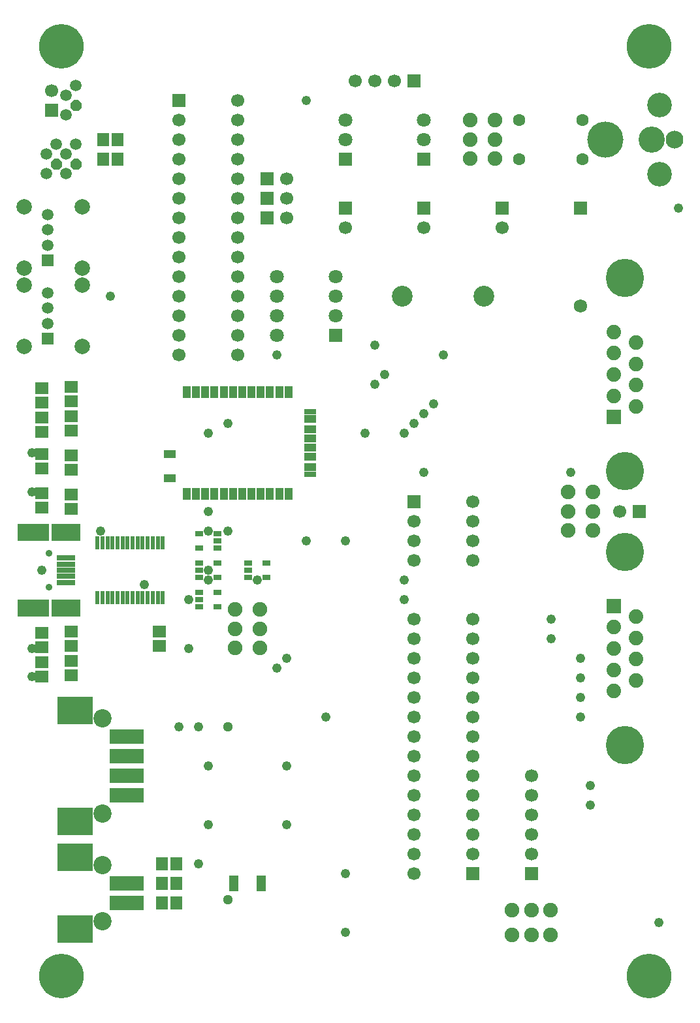
<source format=gbr>
G04 DipTrace 2.1.0.5*
%INBottom Mask.gbr*%
%MOIN*%
%ADD10C,0.0098*%
%ADD11C,0.0055*%
%ADD12C,0.003*%
%ADD13C,0.05*%
%ADD14C,0.025*%
%ADD15C,0.0125*%
%ADD16C,0.02*%
%ADD17C,0.1*%
%ADD18C,0.01*%
%ADD19C,0.0013*%
%ADD20C,0.15*%
%ADD21C,0.0039*%
%ADD22R,0.0591X0.0591*%
%ADD23C,0.0591*%
%ADD24R,0.0512X0.0591*%
%ADD25R,0.0591X0.0512*%
%ADD26R,0.063X0.0709*%
%ADD27C,0.0984*%
%ADD28R,0.0665X0.0665*%
%ADD29C,0.0665*%
%ADD30C,0.1874*%
%ADD31R,0.0394X0.0748*%
%ADD32R,0.0866X0.0551*%
%ADD33R,0.0354X0.0551*%
%ADD34C,0.0591*%
%ADD35C,0.0512*%
%ADD36R,0.0886X0.0197*%
%ADD37R,0.1378X0.0807*%
%ADD38R,0.1535X0.0807*%
%ADD39R,0.1181X0.0433*%
%ADD40R,0.0787X0.1181*%
%ADD41R,0.0394X0.1181*%
%ADD42R,0.165X0.0701*%
%ADD43R,0.1732X0.1358*%
%ADD44C,0.085*%
%ADD45C,0.0079*%
%ADD46R,0.063X0.063*%
%ADD47C,0.063*%
%ADD48C,0.22*%
%ADD49R,0.0374X0.0354*%
%ADD50R,0.0433X0.0394*%
%ADD51C,0.06*%
%ADD52R,0.0512X0.0512*%
%ADD53C,0.0709*%
%ADD54R,0.0748X0.0591*%
%ADD55C,0.063*%
%ADD56C,0.0669*%
%ADD57R,0.0315X0.0512*%
%ADD58R,0.0512X0.0315*%
%ADD59R,0.0512X0.0236*%
%ADD60C,0.0142*%
%ADD61R,0.0315X0.0217*%
%ADD62R,0.0138X0.0571*%
%ADD63R,0.0315X0.0354*%
%ADD64R,0.0669X0.0598*%
%ADD65C,0.0551*%
%ADD66C,0.0827*%
%ADD67C,0.1181*%
%ADD68C,0.126*%
%ADD69C,0.1772*%
%ADD70R,0.0669X0.0394*%
%ADD71C,0.04*%
%ADD72C,0.0191*%
%ADD73C,0.0354*%
%ADD74C,0.0394*%
%ADD75C,0.0429*%
%ADD76C,0.1283*%
%ADD77C,0.0469*%
%ADD78C,0.13*%
%ADD79C,0.038*%
%ADD80C,0.0315*%
%ADD81C,0.0276*%
%ADD82C,0.0906*%
%ADD83C,0.1181*%
%ADD84C,0.0479*%
%ADD85C,0.0321*%
%ADD86R,0.0748X0.0472*%
%ADD87R,0.0591X0.0315*%
%ADD88C,0.185*%
%ADD89C,0.1693*%
%ADD90C,0.1339*%
%ADD91C,0.1102*%
%ADD92C,0.0906*%
%ADD93C,0.0748*%
%ADD94C,0.0472*%
%ADD95R,0.0748X0.0677*%
%ADD96R,0.0591X0.052*%
%ADD97R,0.0394X0.0433*%
%ADD98R,0.0236X0.0276*%
%ADD99R,0.0217X0.065*%
%ADD100R,0.0059X0.0492*%
%ADD101R,0.0394X0.0295*%
%ADD102R,0.0236X0.0138*%
%ADD103R,0.0433X0.0157*%
%ADD104R,0.0591X0.0394*%
%ADD105R,0.0433X0.0236*%
%ADD106R,0.0394X0.0591*%
%ADD107R,0.0236X0.0433*%
%ADD108C,0.0748*%
%ADD109C,0.0551*%
%ADD110R,0.0827X0.0669*%
%ADD111R,0.0669X0.0512*%
%ADD112C,0.0787*%
%ADD113R,0.0433X0.0433*%
%ADD114C,0.0679*%
%ADD115C,0.0521*%
%ADD116R,0.0512X0.0472*%
%ADD117R,0.0354X0.0315*%
%ADD118R,0.0453X0.0433*%
%ADD119R,0.0295X0.0276*%
%ADD120C,0.2279*%
%ADD121C,0.2121*%
%ADD122C,0.0709*%
%ADD123R,0.0709X0.0709*%
%ADD124R,0.0551X0.0551*%
%ADD125C,0.0929*%
%ADD126C,0.0772*%
%ADD127R,0.1811X0.1437*%
%ADD128R,0.1654X0.128*%
%ADD129R,0.1728X0.078*%
%ADD130R,0.1571X0.0622*%
%ADD131R,0.0472X0.126*%
%ADD132R,0.0315X0.1102*%
%ADD133R,0.0866X0.126*%
%ADD134R,0.0709X0.1102*%
%ADD135R,0.126X0.0512*%
%ADD136R,0.1102X0.0354*%
%ADD137R,0.1614X0.0886*%
%ADD138R,0.1457X0.0728*%
%ADD139R,0.1457X0.0886*%
%ADD140R,0.1299X0.0728*%
%ADD141R,0.0965X0.0276*%
%ADD142R,0.0807X0.0118*%
%ADD143C,0.0433*%
%ADD144C,0.0669*%
%ADD145C,0.0512*%
%ADD146R,0.0433X0.063*%
%ADD147R,0.0276X0.0472*%
%ADD148R,0.0945X0.063*%
%ADD149R,0.0787X0.0472*%
%ADD150R,0.0472X0.0827*%
%ADD151R,0.0315X0.0669*%
%ADD152C,0.1953*%
%ADD153C,0.1795*%
%ADD154C,0.0744*%
%ADD155C,0.0587*%
%ADD156R,0.0744X0.0744*%
%ADD157R,0.0587X0.0587*%
%ADD158C,0.1063*%
%ADD159R,0.0709X0.0787*%
%ADD160R,0.0551X0.063*%
%ADD161R,0.0669X0.0591*%
%ADD162R,0.0512X0.0433*%
%ADD163R,0.0591X0.0669*%
%ADD164R,0.0433X0.0512*%
%ADD165R,0.0669X0.0669*%
%ADD166C,0.0093*%
%ADD167C,0.0077*%
%ADD168C,0.0154*%
%ADD169C,0.0124*%
%FSLAX44Y44*%
%SFA1B1*%
%OFA0B0*%
G04*
G70*
G90*
G75*
G01*
%LNBotMask*%
%LPD*%
D84*
X10000Y24000D3*
Y21500D3*
X12500D3*
X9500Y7000D3*
X1000Y16567D3*
Y28000D3*
Y18000D3*
Y26000D3*
X4500Y24000D3*
X9000Y20500D3*
X10000Y29000D3*
X4500Y24000D3*
X11000D3*
X9000Y20500D3*
X18000Y29000D3*
X22000Y33000D3*
X17000Y23500D3*
X15000D3*
X29000Y17500D3*
Y16500D3*
Y15500D3*
Y14500D3*
X16000D3*
X5000Y36000D3*
X34000Y40500D3*
X28500Y27000D3*
X20000Y21500D3*
Y20500D3*
X21000Y27000D3*
X14000Y9000D3*
X17000Y6500D3*
X14000Y12000D3*
X10000D3*
Y9000D3*
X17000Y3500D3*
Y6500D3*
X15000Y46000D3*
X9000Y18000D3*
X29500Y10000D3*
Y11000D3*
X27500Y18500D3*
Y19500D3*
X13500Y33000D3*
X33000Y4000D3*
X20000Y29000D3*
X1500Y22000D3*
X10000Y25000D3*
Y22000D3*
X21500Y30500D3*
X18500Y33500D3*
X11000Y29500D3*
X6750Y21250D3*
X11000Y29500D3*
X20500D3*
X18500Y31500D3*
X8500Y14000D3*
X13500Y17000D3*
X9500Y14000D3*
X14000Y17500D3*
X21000Y30000D3*
X19000Y32000D3*
D165*
X17000Y40492D3*
D56*
Y39508D3*
D165*
X21000Y40492D3*
D56*
Y39508D3*
D165*
X25000Y40492D3*
D56*
Y39508D3*
D161*
X7500Y18874D3*
Y18126D3*
D158*
X24087Y36000D3*
X19913D3*
D156*
X30711Y20181D3*
D154*
Y19091D3*
Y18000D3*
Y16909D3*
Y15819D3*
X31829Y19636D3*
Y18545D3*
Y17455D3*
Y16364D3*
D152*
X31270Y22919D3*
Y13081D3*
D156*
X30711Y29819D3*
D154*
Y30909D3*
Y32000D3*
Y33091D3*
Y34181D3*
X31829Y30364D3*
Y31455D3*
Y32545D3*
Y33636D3*
D152*
X31270Y36919D3*
Y27081D3*
D150*
X12709Y6000D3*
X11291D3*
D161*
X1500Y18067D3*
Y18815D3*
Y16567D3*
Y17315D3*
Y25933D3*
Y25185D3*
D165*
X2000Y45500D3*
D144*
Y46500D3*
D23*
X2750Y45250D3*
G36*
X3526Y45865D2*
Y45636D1*
X3364Y45475D1*
X3136D1*
X2974Y45636D1*
Y45865D1*
X3136Y46026D1*
X3364D1*
X3526Y45865D1*
G37*
D23*
X2750Y46250D3*
X3250Y46750D3*
X2750Y42250D3*
G36*
X3526Y42865D2*
Y42636D1*
X3364Y42475D1*
X3136D1*
X2974Y42636D1*
Y42865D1*
X3136Y43026D1*
X3364D1*
X3526Y42865D1*
G37*
D23*
X2750Y43250D3*
X3250Y43750D3*
X1750Y42250D3*
G36*
X2526Y42865D2*
Y42636D1*
X2364Y42475D1*
X2136D1*
X1974Y42636D1*
Y42865D1*
X2136Y43026D1*
X2364D1*
X2526Y42865D1*
G37*
D23*
X1750Y43250D3*
X2250Y43750D3*
D161*
X1500Y27933D3*
Y27185D3*
Y30567D3*
Y31315D3*
Y29067D3*
Y29815D3*
D141*
X2750Y21370D3*
Y22000D3*
Y21685D3*
Y22315D3*
D139*
Y23939D3*
Y20061D3*
D137*
X1077D3*
Y23939D3*
D141*
X2750Y22630D3*
D73*
X1875Y21134D3*
Y22866D3*
D35*
X11000Y14000D3*
Y5181D3*
D129*
X5850Y6000D3*
Y5000D3*
D127*
X3200Y3669D3*
Y7331D3*
D125*
X4602Y6949D3*
Y4051D3*
D129*
X5850Y13500D3*
Y12500D3*
Y11500D3*
Y10500D3*
D127*
X3200Y9169D3*
Y14831D3*
D125*
X4602Y14449D3*
Y9551D3*
D165*
X13000Y40000D3*
D56*
X14000D3*
D165*
X26500Y6500D3*
D56*
Y7500D3*
Y8500D3*
Y9500D3*
Y10500D3*
Y11500D3*
D165*
X13000Y41000D3*
D56*
X14000D3*
D165*
X13000Y42000D3*
D56*
X14000D3*
D123*
X21000Y43000D3*
D122*
Y44000D3*
Y45000D3*
D123*
X17000Y43000D3*
D122*
Y44000D3*
Y45000D3*
D165*
X20500Y25500D3*
D144*
Y24500D3*
Y23500D3*
Y22500D3*
X23500D3*
Y23500D3*
Y24500D3*
Y25500D3*
D120*
X2500Y1250D3*
X32500D3*
X2500Y48750D3*
X32500D3*
D161*
X3000Y25126D3*
Y25874D3*
Y18874D3*
Y18126D3*
Y17374D3*
Y16626D3*
D114*
X29000Y35500D3*
G36*
X29339Y40839D2*
Y40161D1*
X28661D1*
Y40839D1*
X29339D1*
G37*
D163*
X4626Y43000D3*
X5374D3*
X4626Y44000D3*
X5374D3*
D161*
X3000Y31374D3*
Y30626D3*
Y27126D3*
Y27874D3*
Y29874D3*
Y29126D3*
D163*
X7626Y6000D3*
X8374D3*
X7626Y7000D3*
X8374D3*
X7626Y5000D3*
X8374D3*
D23*
X1800Y40181D3*
Y39394D3*
Y38606D3*
D22*
Y37819D3*
D112*
X619Y40575D3*
X3572D3*
X619Y37425D3*
X3572D3*
D23*
X1800Y36181D3*
Y35394D3*
Y34606D3*
D22*
Y33819D3*
D112*
X619Y36575D3*
X3572D3*
X619Y33425D3*
X3572D3*
D123*
X16500Y34000D3*
D53*
Y35000D3*
Y36000D3*
Y37000D3*
X13500D3*
Y36000D3*
Y35000D3*
Y34000D3*
D108*
X24630Y44984D3*
Y44000D3*
Y43016D3*
X23370D3*
Y44000D3*
Y44984D3*
D106*
X8902Y31098D3*
X9374D3*
X9846D3*
X10319D3*
X10791D3*
X11264D3*
X11736D3*
X12209D3*
X12681D3*
X13154D3*
X13626D3*
X14098D3*
Y25902D3*
X13626D3*
X13154D3*
X12681D3*
X12209D3*
X11736D3*
X11264D3*
X10791D3*
X10319D3*
X9846D3*
X9374D3*
X8902D3*
D104*
X8035Y26689D3*
Y27949D3*
X15201Y27280D3*
Y29720D3*
D87*
Y26886D3*
D104*
Y27791D3*
Y28264D3*
Y28736D3*
Y29209D3*
D87*
Y30114D3*
D165*
X32000Y25000D3*
D144*
X31000D3*
D101*
X9528Y21626D3*
Y22000D3*
Y22374D3*
X10472D3*
Y21626D3*
D99*
X4354Y23388D3*
X4610D3*
X4865D3*
X5121D3*
X5377D3*
X5633D3*
X5889D3*
X6145D3*
X6401D3*
X6657D3*
X6913D3*
X7169D3*
X7425D3*
X7680D3*
Y20612D3*
X7425D3*
X7169D3*
X6913D3*
X6657D3*
X6401D3*
X6145D3*
X5889D3*
X5633D3*
X5377D3*
X5121D3*
X4865D3*
X4610D3*
X4354D3*
D108*
X11370Y18016D3*
Y19000D3*
Y19984D3*
X12630D3*
Y19000D3*
Y18016D3*
D165*
X23500Y6500D3*
D144*
Y7500D3*
Y8500D3*
Y9500D3*
Y10500D3*
Y11500D3*
Y12500D3*
Y13500D3*
Y14500D3*
Y15500D3*
Y16500D3*
Y17500D3*
Y18500D3*
Y19500D3*
X20500D3*
Y18500D3*
Y17500D3*
Y16500D3*
Y15500D3*
Y14500D3*
Y13500D3*
Y12500D3*
Y11500D3*
Y10500D3*
Y9500D3*
Y8500D3*
Y7500D3*
Y6500D3*
D165*
X8500Y46000D3*
D144*
Y45000D3*
Y44000D3*
Y43000D3*
Y42000D3*
Y41000D3*
Y40000D3*
Y39000D3*
Y38000D3*
Y37000D3*
Y36000D3*
Y35000D3*
Y34000D3*
Y33000D3*
X11500D3*
Y34000D3*
Y35000D3*
Y36000D3*
Y37000D3*
Y38000D3*
Y39000D3*
Y40000D3*
Y41000D3*
Y42000D3*
Y43000D3*
Y44000D3*
Y45000D3*
Y46000D3*
D108*
X28370Y24016D3*
Y25000D3*
Y25984D3*
X29630D3*
Y25000D3*
Y24016D3*
D101*
X12028Y21626D3*
Y22000D3*
Y22374D3*
X12972D3*
Y21626D3*
X9528Y20126D3*
Y20500D3*
Y20874D3*
X10472D3*
Y20126D3*
D47*
X25886Y42996D3*
Y45004D3*
X29114Y42996D3*
Y45004D3*
D92*
X33819Y44000D3*
D68*
X33031Y45772D3*
Y42228D3*
D90*
X32638Y44000D3*
D88*
X30276D3*
D165*
X20500Y47000D3*
D144*
X19500D3*
X18500D3*
X17500D3*
D108*
X27484Y3370D3*
X26500D3*
X25516D3*
Y4630D3*
X26500D3*
X27484D3*
D101*
X10472Y23874D3*
Y23500D3*
Y23126D3*
X9528D3*
Y23874D3*
M02*

</source>
